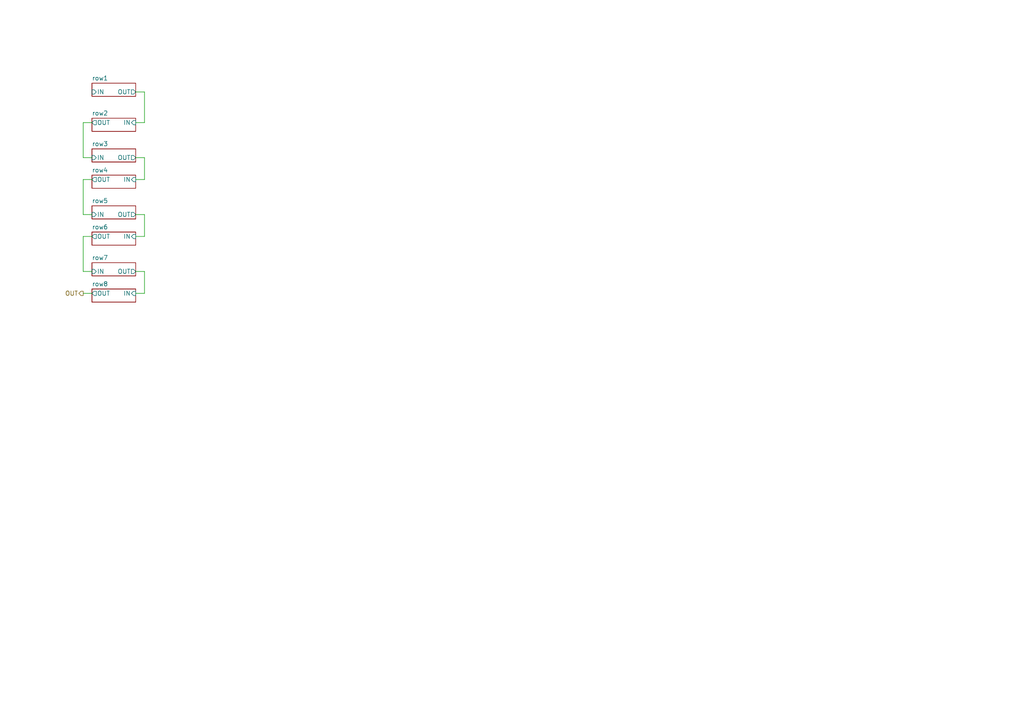
<source format=kicad_sch>
(kicad_sch
	(version 20231120)
	(generator "eeschema")
	(generator_version "8.0")
	(uuid "2247e3fb-53b7-40bc-b710-624d194207a9")
	(paper "A4")
	(lib_symbols)
	(wire
		(pts
			(xy 24.13 78.74) (xy 26.67 78.74)
		)
		(stroke
			(width 0)
			(type default)
		)
		(uuid "290f709e-b7d8-4646-9dd7-2968c20baf91")
	)
	(wire
		(pts
			(xy 24.13 35.56) (xy 26.67 35.56)
		)
		(stroke
			(width 0)
			(type default)
		)
		(uuid "33c8dc80-84ef-4a0b-8054-e939c4cf8a04")
	)
	(wire
		(pts
			(xy 24.13 85.09) (xy 26.67 85.09)
		)
		(stroke
			(width 0)
			(type default)
		)
		(uuid "403aa6cf-aad7-41b5-9653-50c5d05cfdd7")
	)
	(wire
		(pts
			(xy 41.91 35.56) (xy 39.37 35.56)
		)
		(stroke
			(width 0)
			(type default)
		)
		(uuid "45fc34dd-c134-4d7c-a21d-e9236074b932")
	)
	(wire
		(pts
			(xy 26.67 45.72) (xy 24.13 45.72)
		)
		(stroke
			(width 0)
			(type default)
		)
		(uuid "5b6241fe-e30c-4de0-90f4-1df19e00955e")
	)
	(wire
		(pts
			(xy 39.37 26.67) (xy 41.91 26.67)
		)
		(stroke
			(width 0)
			(type default)
		)
		(uuid "63e55cf0-7973-4190-87a5-27765bdf6e6d")
	)
	(wire
		(pts
			(xy 41.91 85.09) (xy 39.37 85.09)
		)
		(stroke
			(width 0)
			(type default)
		)
		(uuid "659178c7-4fc2-46ec-8e5f-a60d19beac03")
	)
	(wire
		(pts
			(xy 39.37 78.74) (xy 41.91 78.74)
		)
		(stroke
			(width 0)
			(type default)
		)
		(uuid "778e6028-db76-4e00-b237-9bcf7f328c75")
	)
	(wire
		(pts
			(xy 24.13 45.72) (xy 24.13 35.56)
		)
		(stroke
			(width 0)
			(type default)
		)
		(uuid "8b5dfa82-336a-4826-814a-4c1a26a399b3")
	)
	(wire
		(pts
			(xy 41.91 26.67) (xy 41.91 35.56)
		)
		(stroke
			(width 0)
			(type default)
		)
		(uuid "96fa8833-b826-4586-a048-365cfaeaff65")
	)
	(wire
		(pts
			(xy 41.91 68.58) (xy 39.37 68.58)
		)
		(stroke
			(width 0)
			(type default)
		)
		(uuid "9d10e9ac-998d-4534-bb8d-cf8116dab246")
	)
	(wire
		(pts
			(xy 24.13 68.58) (xy 24.13 78.74)
		)
		(stroke
			(width 0)
			(type default)
		)
		(uuid "9f34272d-f784-4263-a55b-0f660e3cdd1e")
	)
	(wire
		(pts
			(xy 39.37 45.72) (xy 41.91 45.72)
		)
		(stroke
			(width 0)
			(type default)
		)
		(uuid "a29841f1-512c-4b39-a8de-04d7db3a83e2")
	)
	(wire
		(pts
			(xy 41.91 45.72) (xy 41.91 52.07)
		)
		(stroke
			(width 0)
			(type default)
		)
		(uuid "a4fcbb8c-df28-44bf-8d03-3aaf3a656e32")
	)
	(wire
		(pts
			(xy 41.91 78.74) (xy 41.91 85.09)
		)
		(stroke
			(width 0)
			(type default)
		)
		(uuid "a7be4ffb-c39c-4b79-8fb5-4ff605cc495f")
	)
	(wire
		(pts
			(xy 39.37 62.23) (xy 41.91 62.23)
		)
		(stroke
			(width 0)
			(type default)
		)
		(uuid "c6993bd4-7471-4056-ae92-576e7397b01d")
	)
	(wire
		(pts
			(xy 26.67 52.07) (xy 24.13 52.07)
		)
		(stroke
			(width 0)
			(type default)
		)
		(uuid "e47b3e6c-5df2-4dbb-8671-fcad66650af9")
	)
	(wire
		(pts
			(xy 41.91 52.07) (xy 39.37 52.07)
		)
		(stroke
			(width 0)
			(type default)
		)
		(uuid "e499f710-dd6e-4fbf-82ff-d50baf6bff7e")
	)
	(wire
		(pts
			(xy 24.13 62.23) (xy 26.67 62.23)
		)
		(stroke
			(width 0)
			(type default)
		)
		(uuid "e5dc3ba4-8dc9-4191-9d9b-328314aa9a1d")
	)
	(wire
		(pts
			(xy 24.13 52.07) (xy 24.13 62.23)
		)
		(stroke
			(width 0)
			(type default)
		)
		(uuid "fa9025cc-fd5a-41e7-ab0c-b40f74a1e4c6")
	)
	(wire
		(pts
			(xy 41.91 62.23) (xy 41.91 68.58)
		)
		(stroke
			(width 0)
			(type default)
		)
		(uuid "fb961069-35e8-4c03-bb6d-5a0a643b2087")
	)
	(wire
		(pts
			(xy 26.67 68.58) (xy 24.13 68.58)
		)
		(stroke
			(width 0)
			(type default)
		)
		(uuid "fc37a795-7516-45db-bde4-fb801682d510")
	)
	(hierarchical_label "OUT"
		(shape output)
		(at 24.13 85.09 180)
		(fields_autoplaced yes)
		(effects
			(font
				(size 1.27 1.27)
			)
			(justify right)
		)
		(uuid "e8bad42f-7e0e-4ac8-aa84-d3b84e272888")
	)
	(sheet
		(at 26.67 67.31)
		(size 12.7 3.81)
		(fields_autoplaced yes)
		(stroke
			(width 0.1524)
			(type solid)
		)
		(fill
			(color 0 0 0 0.0000)
		)
		(uuid "05e2aba4-b6d0-4ce6-8567-1c8122113af5")
		(property "Sheetname" "row6"
			(at 26.67 66.5984 0)
			(effects
				(font
					(size 1.27 1.27)
				)
				(justify left bottom)
			)
		)
		(property "Sheetfile" "row.kicad_sch"
			(at 26.67 71.7046 0)
			(effects
				(font
					(size 1.27 1.27)
				)
				(justify left top)
				(hide yes)
			)
		)
		(pin "IN" input
			(at 39.37 68.58 0)
			(effects
				(font
					(size 1.27 1.27)
				)
				(justify right)
			)
			(uuid "4f626a06-685d-4c5e-95c6-d2c4d77d0d32")
		)
		(pin "OUT" output
			(at 26.67 68.58 180)
			(effects
				(font
					(size 1.27 1.27)
				)
				(justify left)
			)
			(uuid "3b6edd8e-abb2-430a-b39d-666adbf0a39e")
		)
		(instances
			(project "inputshield"
				(path "/1bd45343-638c-4ccd-98b7-1d397335088e/9e6deee5-efdb-43b9-82e8-25315cb9be78"
					(page "31")
				)
			)
		)
	)
	(sheet
		(at 26.67 34.29)
		(size 12.7 3.81)
		(fields_autoplaced yes)
		(stroke
			(width 0.1524)
			(type solid)
		)
		(fill
			(color 0 0 0 0.0000)
		)
		(uuid "0beaa491-470f-4dc0-925e-e018fee48bd8")
		(property "Sheetname" "row2"
			(at 26.67 33.5784 0)
			(effects
				(font
					(size 1.27 1.27)
				)
				(justify left bottom)
			)
		)
		(property "Sheetfile" "row.kicad_sch"
			(at 26.67 38.6846 0)
			(effects
				(font
					(size 1.27 1.27)
				)
				(justify left top)
				(hide yes)
			)
		)
		(pin "IN" input
			(at 39.37 35.56 0)
			(effects
				(font
					(size 1.27 1.27)
				)
				(justify right)
			)
			(uuid "c76124f3-2db7-4c26-9613-05e2c9cb2771")
		)
		(pin "OUT" output
			(at 26.67 35.56 180)
			(effects
				(font
					(size 1.27 1.27)
				)
				(justify left)
			)
			(uuid "81d006c8-6392-4426-bea5-36b61c270a48")
		)
		(instances
			(project "inputshield"
				(path "/1bd45343-638c-4ccd-98b7-1d397335088e/9e6deee5-efdb-43b9-82e8-25315cb9be78"
					(page "13")
				)
			)
		)
	)
	(sheet
		(at 26.67 24.13)
		(size 12.7 3.81)
		(fields_autoplaced yes)
		(stroke
			(width 0.1524)
			(type solid)
		)
		(fill
			(color 0 0 0 0.0000)
		)
		(uuid "3b98c42c-2445-4a1c-a37f-c0038035d7bf")
		(property "Sheetname" "row1"
			(at 26.67 23.4184 0)
			(effects
				(font
					(size 1.27 1.27)
				)
				(justify left bottom)
			)
		)
		(property "Sheetfile" "row.kicad_sch"
			(at 26.67 28.5246 0)
			(effects
				(font
					(size 1.27 1.27)
				)
				(justify left top)
				(hide yes)
			)
		)
		(pin "IN" input
			(at 26.67 26.67 180)
			(effects
				(font
					(size 1.27 1.27)
				)
				(justify left)
			)
			(uuid "4db1dbca-f7ae-4a7e-bd8f-9f27df864ca5")
		)
		(pin "OUT" output
			(at 39.37 26.67 0)
			(effects
				(font
					(size 1.27 1.27)
				)
				(justify right)
			)
			(uuid "81a35e03-2b07-44d0-bfc6-4d1480c81d15")
		)
		(instances
			(project "inputshield"
				(path "/1bd45343-638c-4ccd-98b7-1d397335088e/9e6deee5-efdb-43b9-82e8-25315cb9be78"
					(page "4")
				)
			)
		)
	)
	(sheet
		(at 26.67 83.82)
		(size 12.7 3.81)
		(fields_autoplaced yes)
		(stroke
			(width 0.1524)
			(type solid)
		)
		(fill
			(color 0 0 0 0.0000)
		)
		(uuid "4dd1d3fb-5c2b-47f4-b7aa-70f0dae52d87")
		(property "Sheetname" "row8"
			(at 26.67 83.1084 0)
			(effects
				(font
					(size 1.27 1.27)
				)
				(justify left bottom)
			)
		)
		(property "Sheetfile" "row.kicad_sch"
			(at 26.67 88.2146 0)
			(effects
				(font
					(size 1.27 1.27)
				)
				(justify left top)
				(hide yes)
			)
		)
		(pin "IN" input
			(at 39.37 85.09 0)
			(effects
				(font
					(size 1.27 1.27)
				)
				(justify right)
			)
			(uuid "e6f4a089-1957-40b3-bd2d-43caf726a952")
		)
		(pin "OUT" output
			(at 26.67 85.09 180)
			(effects
				(font
					(size 1.27 1.27)
				)
				(justify left)
			)
			(uuid "5063aa41-4249-412f-8d21-5bf515f9709d")
		)
		(instances
			(project "inputshield"
				(path "/1bd45343-638c-4ccd-98b7-1d397335088e/9e6deee5-efdb-43b9-82e8-25315cb9be78"
					(page "67")
				)
			)
		)
	)
	(sheet
		(at 26.67 59.69)
		(size 12.7 3.81)
		(fields_autoplaced yes)
		(stroke
			(width 0.1524)
			(type solid)
		)
		(fill
			(color 0 0 0 0.0000)
		)
		(uuid "607d2f6d-d735-44d4-a7c8-ce3fbc7b87c4")
		(property "Sheetname" "row5"
			(at 26.67 58.9784 0)
			(effects
				(font
					(size 1.27 1.27)
				)
				(justify left bottom)
			)
		)
		(property "Sheetfile" "row.kicad_sch"
			(at 26.67 64.0846 0)
			(effects
				(font
					(size 1.27 1.27)
				)
				(justify left top)
				(hide yes)
			)
		)
		(pin "IN" input
			(at 26.67 62.23 180)
			(effects
				(font
					(size 1.27 1.27)
				)
				(justify left)
			)
			(uuid "eade91ba-9485-44f6-a546-6b9f8f0a3d43")
		)
		(pin "OUT" output
			(at 39.37 62.23 0)
			(effects
				(font
					(size 1.27 1.27)
				)
				(justify right)
			)
			(uuid "71ade17f-7b02-4b61-9801-7f8c62f428b4")
		)
		(instances
			(project "inputshield"
				(path "/1bd45343-638c-4ccd-98b7-1d397335088e/9e6deee5-efdb-43b9-82e8-25315cb9be78"
					(page "22")
				)
			)
		)
	)
	(sheet
		(at 26.67 43.18)
		(size 12.7 3.81)
		(fields_autoplaced yes)
		(stroke
			(width 0.1524)
			(type solid)
		)
		(fill
			(color 0 0 0 0.0000)
		)
		(uuid "b62926cc-f339-4427-827a-4d7ee0ab5788")
		(property "Sheetname" "row3"
			(at 26.67 42.4684 0)
			(effects
				(font
					(size 1.27 1.27)
				)
				(justify left bottom)
			)
		)
		(property "Sheetfile" "row.kicad_sch"
			(at 26.67 47.5746 0)
			(effects
				(font
					(size 1.27 1.27)
				)
				(justify left top)
				(hide yes)
			)
		)
		(pin "IN" input
			(at 26.67 45.72 180)
			(effects
				(font
					(size 1.27 1.27)
				)
				(justify left)
			)
			(uuid "fcca02f5-ef37-4522-9503-f110c4cbaa4a")
		)
		(pin "OUT" output
			(at 39.37 45.72 0)
			(effects
				(font
					(size 1.27 1.27)
				)
				(justify right)
			)
			(uuid "c4952a5a-47f3-49e3-961f-41837be643d1")
		)
		(instances
			(project "inputshield"
				(path "/1bd45343-638c-4ccd-98b7-1d397335088e/9e6deee5-efdb-43b9-82e8-25315cb9be78"
					(page "40")
				)
			)
		)
	)
	(sheet
		(at 26.67 50.8)
		(size 12.7 3.81)
		(fields_autoplaced yes)
		(stroke
			(width 0.1524)
			(type solid)
		)
		(fill
			(color 0 0 0 0.0000)
		)
		(uuid "bc908447-4850-46ec-9098-6a19b67152f4")
		(property "Sheetname" "row4"
			(at 26.67 50.0884 0)
			(effects
				(font
					(size 1.27 1.27)
				)
				(justify left bottom)
			)
		)
		(property "Sheetfile" "row.kicad_sch"
			(at 26.67 55.1946 0)
			(effects
				(font
					(size 1.27 1.27)
				)
				(justify left top)
				(hide yes)
			)
		)
		(pin "IN" input
			(at 39.37 52.07 0)
			(effects
				(font
					(size 1.27 1.27)
				)
				(justify right)
			)
			(uuid "7529de81-d562-4487-9de5-476e0ef77548")
		)
		(pin "OUT" output
			(at 26.67 52.07 180)
			(effects
				(font
					(size 1.27 1.27)
				)
				(justify left)
			)
			(uuid "bd371023-1d3d-417d-8f33-547dc4d5e9f2")
		)
		(instances
			(project "inputshield"
				(path "/1bd45343-638c-4ccd-98b7-1d397335088e/9e6deee5-efdb-43b9-82e8-25315cb9be78"
					(page "49")
				)
			)
		)
	)
	(sheet
		(at 26.67 76.2)
		(size 12.7 3.81)
		(fields_autoplaced yes)
		(stroke
			(width 0.1524)
			(type solid)
		)
		(fill
			(color 0 0 0 0.0000)
		)
		(uuid "bdd41da5-f264-46e3-ae69-6c0cd229d80a")
		(property "Sheetname" "row7"
			(at 26.67 75.4884 0)
			(effects
				(font
					(size 1.27 1.27)
				)
				(justify left bottom)
			)
		)
		(property "Sheetfile" "row.kicad_sch"
			(at 26.67 80.5946 0)
			(effects
				(font
					(size 1.27 1.27)
				)
				(justify left top)
				(hide yes)
			)
		)
		(pin "IN" input
			(at 26.67 78.74 180)
			(effects
				(font
					(size 1.27 1.27)
				)
				(justify left)
			)
			(uuid "7f74060f-b363-44ee-9c71-b5367a351e0a")
		)
		(pin "OUT" output
			(at 39.37 78.74 0)
			(effects
				(font
					(size 1.27 1.27)
				)
				(justify right)
			)
			(uuid "532328ab-7fa2-4aad-a4a8-d2eded545435")
		)
		(instances
			(project "inputshield"
				(path "/1bd45343-638c-4ccd-98b7-1d397335088e/9e6deee5-efdb-43b9-82e8-25315cb9be78"
					(page "58")
				)
			)
		)
	)
)
</source>
